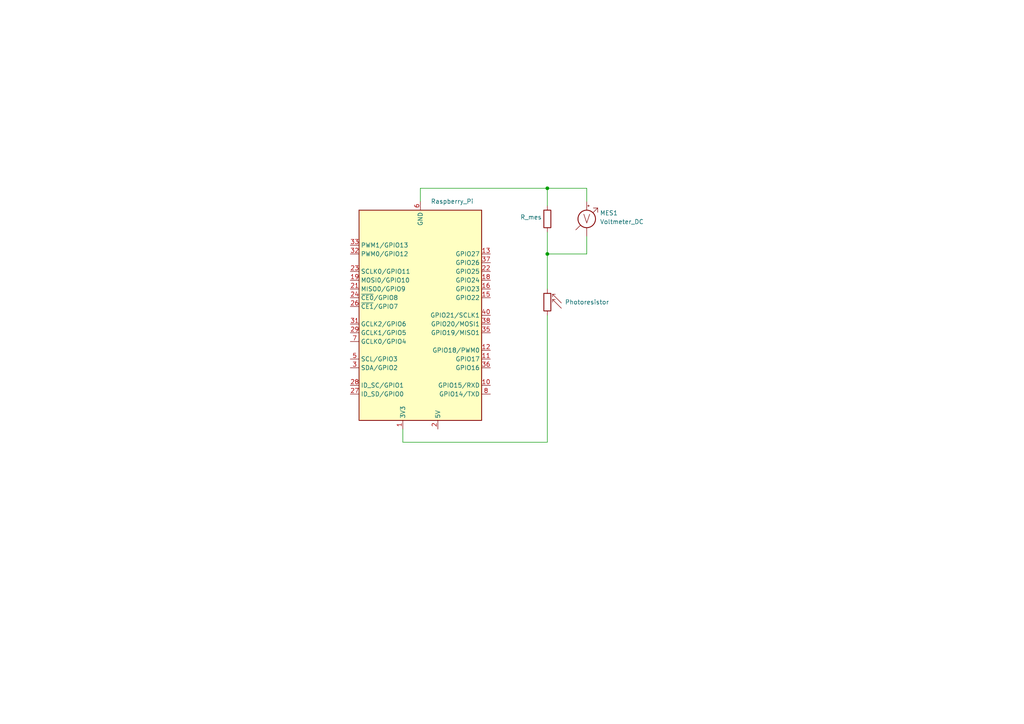
<source format=kicad_sch>
(kicad_sch (version 20231120) (generator "eeschema") (generator_version "8.0")
  (paper "A4")
  (lib_symbols
    (symbol "Connector:Raspberry_Pi_2_3"
      (property "Reference" "J" (at -17.78 31.75 0))
      (property "Value" "Raspberry_Pi_2_3" (at 10.16 -31.75 0))
      (symbol "Raspberry_Pi_2_3_0_1"
        (rectangle (start -17.78 30.48) (end 17.78 -30.48) (stroke (width 0.254)) (fill (type background)))
      )
      (symbol "Raspberry_Pi_2_3_1_1"
        (pin power_in line (at 5.08 33.02 270) (length 2.54) (name "3V3") (number "1"))
        (pin bidirectional line (at -20.32 20.32 0) (length 2.54) (name "GPIO15/RXD") (number "10"))
        (pin bidirectional line (at -20.32 12.7 0) (length 2.54) (name "GPIO17") (number "11"))
        (pin bidirectional line (at -20.32 10.16 0) (length 2.54) (name "GPIO18/PWM0") (number "12"))
        (pin bidirectional line (at -20.32 -17.78 0) (length 2.54) (name "GPIO27") (number "13"))
        (pin passive line (at 0 -33.02 90) (length 2.54) hide (name "GND") (number "14"))
        (pin bidirectional line (at -20.32 -5.08 0) (length 2.54) (name "GPIO22") (number "15"))
        (pin bidirectional line (at -20.32 -7.62 0) (length 2.54) (name "GPIO23") (number "16"))
        (pin passive line (at 5.08 33.02 270) (length 2.54) hide (name "3V3") (number "17"))
        (pin bidirectional line (at -20.32 -10.16 0) (length 2.54) (name "GPIO24") (number "18"))
        (pin bidirectional line (at 20.32 -10.16 180) (length 2.54) (name "MOSI0/GPIO10") (number "19"))
        (pin power_in line (at -5.08 33.02 270) (length 2.54) (name "5V") (number "2"))
        (pin passive line (at 0 -33.02 90) (length 2.54) hide (name "GND") (number "20"))
        (pin bidirectional line (at 20.32 -7.62 180) (length 2.54) (name "MISO0/GPIO9") (number "21"))
        (pin bidirectional line (at -20.32 -12.7 0) (length 2.54) (name "GPIO25") (number "22"))
        (pin bidirectional line (at 20.32 -12.7 180) (length 2.54) (name "SCLK0/GPIO11") (number "23"))
        (pin bidirectional line (at 20.32 -5.08 180) (length 2.54) (name "~{CE0}/GPIO8") (number "24"))
        (pin passive line (at 0 -33.02 90) (length 2.54) hide (name "GND") (number "25"))
        (pin bidirectional line (at 20.32 -2.54 180) (length 2.54) (name "~{CE1}/GPIO7") (number "26"))
        (pin bidirectional line (at 20.32 22.86 180) (length 2.54) (name "ID_SD/GPIO0") (number "27"))
        (pin bidirectional line (at 20.32 20.32 180) (length 2.54) (name "ID_SC/GPIO1") (number "28"))
        (pin bidirectional line (at 20.32 5.08 180) (length 2.54) (name "GCLK1/GPIO5") (number "29"))
        (pin bidirectional line (at 20.32 15.24 180) (length 2.54) (name "SDA/GPIO2") (number "3"))
        (pin passive line (at 0 -33.02 90) (length 2.54) hide (name "GND") (number "30"))
        (pin bidirectional line (at 20.32 2.54 180) (length 2.54) (name "GCLK2/GPIO6") (number "31"))
        (pin bidirectional line (at 20.32 -17.78 180) (length 2.54) (name "PWM0/GPIO12") (number "32"))
        (pin bidirectional line (at 20.32 -20.32 180) (length 2.54) (name "PWM1/GPIO13") (number "33"))
        (pin passive line (at 0 -33.02 90) (length 2.54) hide (name "GND") (number "34"))
        (pin bidirectional line (at -20.32 5.08 0) (length 2.54) (name "GPIO19/MISO1") (number "35"))
        (pin bidirectional line (at -20.32 15.24 0) (length 2.54) (name "GPIO16") (number "36"))
        (pin bidirectional line (at -20.32 -15.24 0) (length 2.54) (name "GPIO26") (number "37"))
        (pin bidirectional line (at -20.32 2.54 0) (length 2.54) (name "GPIO20/MOSI1") (number "38"))
        (pin passive line (at 0 -33.02 90) (length 2.54) hide (name "GND") (number "39"))
        (pin passive line (at -5.08 33.02 270) (length 2.54) hide (name "5V") (number "4"))
        (pin bidirectional line (at -20.32 0 0) (length 2.54) (name "GPIO21/SCLK1") (number "40"))
        (pin bidirectional line (at 20.32 12.7 180) (length 2.54) (name "SCL/GPIO3") (number "5"))
        (pin power_in line (at 0 -33.02 90) (length 2.54) (name "GND") (number "6"))
        (pin bidirectional line (at 20.32 7.62 180) (length 2.54) (name "GCLK0/GPIO4") (number "7"))
        (pin bidirectional line (at -20.32 22.86 0) (length 2.54) (name "GPIO14/TXD") (number "8"))
        (pin passive line (at 0 -33.02 90) (length 2.54) hide (name "GND") (number "9"))
      )
    )
    (symbol "Device:R" (pin_numbers hide) (pin_names (offset 0))
      (property "Reference" "R" (at 2.032 0 90))
      (property "Value" "R" (at 0 0 90))
      (symbol "R_0_1"
        (rectangle (start -1.016 -2.54) (end 1.016 2.54) (stroke (width 0.254)))
      )
      (symbol "R_1_1"
        (pin passive line (at 0 3.81 270) (length 1.27) (name "~") (number "1"))
        (pin passive line (at 0 -3.81 90) (length 1.27) (name "~") (number "2"))
      )
    )
    (symbol "Device:R_Photo" (pin_numbers hide) (pin_names (offset 0))
      (property "Reference" "R" (at 1.27 1.27 0))
      (property "Value" "R_Photo" (at 1.27 0 0))
      (symbol "R_Photo_0_1"
        (rectangle (start -1.016 2.54) (end 1.016 -2.54) (stroke (width 0.254)))
        (polyline (pts (xy -1.524 -2.286) (xy -4.064 0.254)))
        (polyline (pts (xy -1.524 -2.286) (xy -2.286 -2.286)))
        (polyline (pts (xy -1.524 -2.286) (xy -1.524 -1.524)))
        (polyline (pts (xy -1.524 -0.762) (xy -4.064 1.778)))
        (polyline (pts (xy -1.524 -0.762) (xy -2.286 -0.762)))
        (polyline (pts (xy -1.524 -0.762) (xy -1.524 0)))
      )
      (symbol "R_Photo_1_1"
        (pin passive line (at 0 3.81 270) (length 1.27) (name "~") (number "1"))
        (pin passive line (at 0 -3.81 90) (length 1.27) (name "~") (number "2"))
      )
    )
    (symbol "Device:Voltmeter_DC" (pin_numbers hide) (pin_names (offset 0.0254) hide)
      (property "Reference" "MES" (at -3.302 1.016 0))
      (property "Value" "Voltmeter_DC" (at -3.302 -0.762 0))
      (symbol "Voltmeter_DC_0_0"
        (polyline (pts (xy -3.175 -3.175) (xy -1.905 -1.905)))
        (polyline (pts (xy 1.905 1.905) (xy 3.175 3.175)))
        (polyline (pts (xy 1.905 3.175) (xy 3.175 3.175) (xy 3.175 1.905)))
        (text "V" (at 0 0 0) (effects (font (size 2.54 2.54))))
      )
      (symbol "Voltmeter_DC_0_1"
        (polyline (pts (xy 0.254 3.81) (xy 0.762 3.81)))
        (polyline (pts (xy 0.508 4.064) (xy 0.508 3.556)))
        (circle (center 0 0) (radius 2.54) (stroke (width 0.254)))
      )
      (symbol "Voltmeter_DC_1_1"
        (pin passive line (at 0 -5.08 90) (length 2.54) (name "-") (number "1"))
        (pin passive line (at 0 5.08 270) (length 2.54) (name "+") (number "2"))
      )
    )
  )
  (junction (at 158.75 73.66))
  (junction (at 158.75 54.61))
  (wire (pts (xy 116.84 128.27) (xy 158.75 128.27)))
  (wire (pts (xy 121.92 58.42) (xy 121.92 54.61)))
  (wire (pts (xy 116.84 124.46) (xy 116.84 128.27)))
  (wire (pts (xy 170.18 68.58) (xy 170.18 73.66)))
  (wire (pts (xy 121.92 54.61) (xy 158.75 54.61)))
  (wire (pts (xy 170.18 58.42) (xy 170.18 54.61)))
  (wire (pts (xy 158.75 73.66) (xy 158.75 83.82)))
  (wire (pts (xy 158.75 91.44) (xy 158.75 128.27)))
  (wire (pts (xy 158.75 67.31) (xy 158.75 73.66)))
  (wire (pts (xy 170.18 54.61) (xy 158.75 54.61)))
  (wire (pts (xy 170.18 73.66) (xy 158.75 73.66)))
  (wire (pts (xy 158.75 59.69) (xy 158.75 54.61)))
  (symbol (lib_id "Connector:Raspberry_Pi_2_3") (at 121.92 91.44 180) (unit 1)
    (property "Reference" "J2" (effects (hide yes)))
    (property "Value" "Raspberry_Pi" (at 124.9365 58.42 0) (effects (justify right)))
    (property "Datasheet" "https://www.raspberrypi.org/documentation/hardware/raspberrypi/schematics/rpi_SCH_3bplus_1p0_reduced.pdf" (effects (hide yes)))
    (property "Description" "expansion header for Raspberry Pi 2 & 3" (effects (hide yes)))
  )
  (symbol (lib_id "Device:R_Photo") (at 158.75 87.63 180) (unit 1)
    (property "Reference" "base" (effects (hide yes)))
    (property "Value" "Photoresistor" (at 163.83 87.6299 0) (effects (justify right)))
    (property "Footprint" "OptoDevice:R_LDR_4.9x4.2mm_P2.54mm_Vertical" (effects (hide yes)))
    (property "Description" "Photoresistor" (effects (hide yes)))
  )
  (symbol (lib_id "Device:Voltmeter_DC") (at 170.18 63.5 0) (unit 1)
    (property "Reference" "MES1" (at 173.99 61.7854 0) (effects (justify left)))
    (property "Value" "Voltmeter_DC" (at 173.99 64.3254 0) (effects (justify left)))
    (property "Description" "DC voltmeter" (effects (hide yes)))
  )
  (symbol (lib_id "Device:R") (at 158.75 63.5 0) (unit 1)
    (property "Reference" "R6" (effects (hide yes)))
    (property "Value" "R_mes" (at 150.876 62.992 0) (effects (justify left)))
    (property "Description" "Resistor" (effects (hide yes)))
  )
)
</source>
